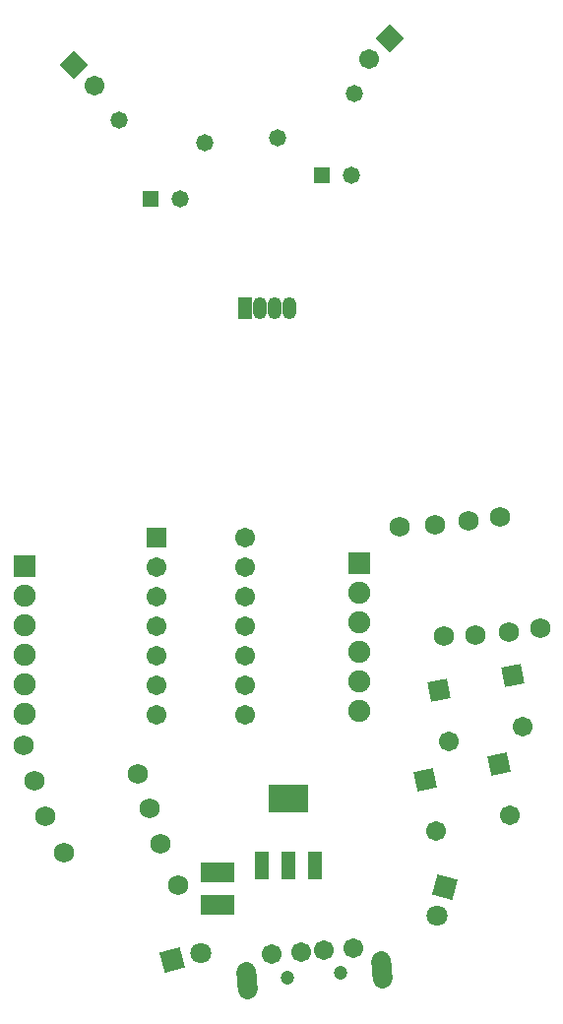
<source format=gbr>
G04 DipTrace 3.0.0.2*
G04 BottomMask.gbr*
%MOMM*%
G04 #@! TF.FileFunction,Soldermask,Bot*
G04 #@! TF.Part,Single*
%AMOUTLINE1*5,1,4,0,0,2.55013,30.00054*%
%AMOUTLINE4*5,1,4,0,0,2.55013,-30.00054*%
%AMOUTLINE7*5,1,4,0,0,2.4087,-90.0*%
%AMOUTLINE10*5,1,4,0,0,2.4087,-180.0*%
%AMOUTLINE13*5,1,4,0,0,2.40866,-124.13655*%
%AMOUTLINE16*5,1,4,0,0,2.40871,-123.01836*%
%AMOUTLINE19*
4,1,16,
-0.78605,-0.82894,
-0.67479,-1.18015,
-0.41412,-1.45688,
-0.05918,-1.59306,
0.31967,-1.56178,
0.64746,-1.36922,
0.85923,-1.0535,
0.91136,-0.68878,
0.78605,0.82894,
0.67479,1.18015,
0.41412,1.45688,
0.05918,1.59306,
-0.31967,1.56178,
-0.64746,1.36922,
-0.85923,1.0535,
-0.91136,0.68878,
-0.78605,-0.82894,
0*%
%ADD36C,1.2*%
%ADD49R,3.4532X2.3532*%
%ADD51R,1.1532X2.3532*%
%ADD53R,1.7032X1.7032*%
%ADD55C,1.7032*%
%ADD57R,2.9032X1.8032*%
%ADD59C,1.7272*%
%ADD61C,1.7272*%
%ADD63C,1.4732*%
%ADD65C,1.9032*%
%ADD67R,1.9032X1.9032*%
%ADD69C,1.7032*%
%ADD71R,1.2532X1.9032*%
%ADD73O,1.2532X1.9032*%
%ADD75R,1.4732X1.4732*%
%ADD77C,1.4732*%
%ADD79C,1.8032*%
%ADD89OUTLINE1*%
%ADD92OUTLINE4*%
%ADD95OUTLINE7*%
%ADD98OUTLINE10*%
%ADD101OUTLINE13*%
%ADD104OUTLINE16*%
%ADD107OUTLINE19*%
%FSLAX35Y35*%
G04*
G71*
G90*
G75*
G01*
G04 BotMask*
%LPD*%
D79*
X4876307Y1868713D3*
D89*
X4942047Y2114060D3*
D79*
X2844520Y1551247D3*
D92*
X2599173Y1485507D3*
D77*
X2665323Y8031483D3*
D75*
X2411323D3*
D77*
X4139237Y8235800D3*
D75*
X3885237D3*
D73*
X3609400Y7090623D3*
X3355400D3*
D71*
X3228400D3*
D73*
X3482400D3*
D95*
X1753827Y9183070D3*
D69*
X1933433Y9003463D3*
D98*
X4471873Y9412100D3*
D69*
X4292267Y9232493D3*
D67*
X4208653Y4898273D3*
D65*
Y4644273D3*
Y4390273D3*
Y4136273D3*
Y3882273D3*
Y3628273D3*
D67*
X1332883Y4873297D3*
D65*
Y4619297D3*
Y4365297D3*
Y4111297D3*
Y3857297D3*
Y3603297D3*
D77*
X2879717Y8515007D3*
D63*
X2143683Y8712227D3*
D77*
X3502743Y8557823D3*
D63*
X4162657Y8938823D3*
D61*
X2400067Y2789367D3*
D59*
X1413620Y3032640D3*
D61*
X4558840Y5217987D3*
D59*
X4939587Y4276027D3*
D61*
X1669893Y2408407D3*
D59*
X2648580Y2135587D3*
D61*
X2495307Y2487773D3*
D59*
X1507793Y2726667D3*
D61*
X2304827Y3090960D3*
D59*
X1319180Y3337460D3*
D57*
X2987380Y1963953D3*
Y2243953D3*
D61*
X5416000Y5297353D3*
D59*
X5763493Y4342627D3*
D61*
X5146153Y5265607D3*
D59*
X5493647Y4310880D3*
D61*
X4860433Y5233860D3*
D59*
X5207927Y4279133D3*
D101*
X4894054Y3811573D3*
D55*
X4978868Y3369639D3*
X5617218Y3492149D3*
D101*
X5532404Y3934083D3*
D104*
X4775747Y3036693D3*
D55*
X4869163Y2596497D3*
X5505003Y2731437D3*
D104*
X5411583Y3171633D3*
D53*
X2463560Y5122747D3*
D69*
Y4868747D3*
Y4614747D3*
Y4360747D3*
Y4106747D3*
Y3852747D3*
Y3598747D3*
X3225560D3*
Y3852747D3*
Y4106747D3*
Y4360747D3*
Y4614747D3*
Y4868747D3*
Y5122747D3*
D51*
X3828667Y2297293D3*
X3598667D3*
X3368667D3*
D49*
X3598667Y2877293D3*
D69*
X3704757Y1556334D3*
X3904080Y1572794D3*
X4153230Y1593364D3*
X3455607Y1535764D3*
D107*
X3238683Y1307138D3*
X4404713Y1403414D3*
D36*
X4050920Y1374204D3*
X3592480Y1336351D3*
M02*

</source>
